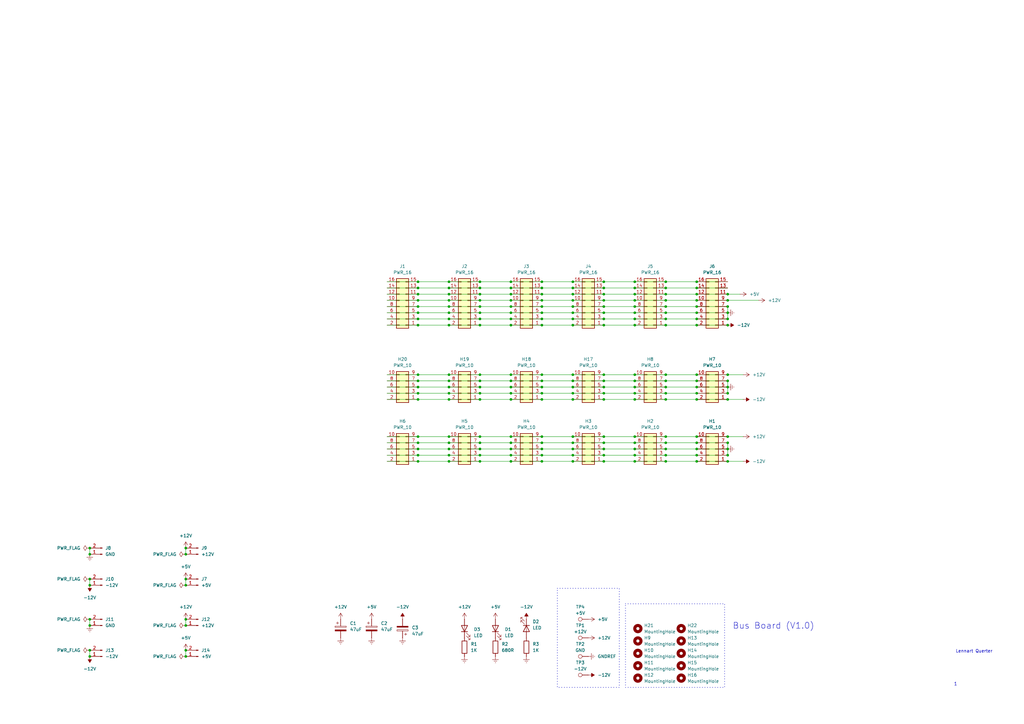
<source format=kicad_sch>
(kicad_sch (version 20231120) (generator "eeschema") (generator_version "8.0")
  (paper "A3")
  (lib_symbols
    (symbol "Connector:TestPoint" (pin_numbers hide) (pin_names (offset 0.762) hide)
      (property "Reference" "TP" (at 0 6.858 0))
      (property "Value" "TestPoint" (at 0 5.08 0))
      (symbol "TestPoint_0_1"
        (circle (center 0 3.302) (radius 0.762))
      )
      (symbol "TestPoint_1_1"
        (pin passive line (at 0 0 90) (length 2.54) (name "1") (number "1"))
      )
    )
    (symbol "Device:C_Polarized" (pin_numbers hide) (pin_names (offset 0.254))
      (property "Reference" "C" (at 0.635 2.54 0))
      (property "Value" "C_Polarized" (at 0.635 -2.54 0))
      (symbol "C_Polarized_0_1"
        (rectangle (start -2.286 0.508) (end 2.286 1.016))
        (polyline (pts (xy -1.778 2.286) (xy -0.762 2.286)))
        (polyline (pts (xy -1.27 2.794) (xy -1.27 1.778)))
        (rectangle (start 2.286 -0.508) (end -2.286 -1.016) (fill (type outline)))
      )
      (symbol "C_Polarized_1_1"
        (pin passive line (at 0 3.81 270) (length 2.794) (name "~") (number "1"))
        (pin passive line (at 0 -3.81 90) (length 2.794) (name "~") (number "2"))
      )
    )
    (symbol "Device:LED" (pin_numbers hide) (pin_names (offset 1.016) hide)
      (property "Reference" "D" (at 0 2.54 0))
      (property "Value" "LED" (at 0 -2.54 0))
      (symbol "LED_0_1"
        (polyline (pts (xy -1.27 -1.27) (xy -1.27 1.27)) (stroke (width 0.254)))
        (polyline (pts (xy -1.27 0) (xy 1.27 0)))
        (polyline (pts (xy 1.27 -1.27) (xy 1.27 1.27) (xy -1.27 0) (xy 1.27 -1.27)) (stroke (width 0.254)))
        (polyline (pts (xy -3.048 -0.762) (xy -4.572 -2.286) (xy -3.81 -2.286) (xy -4.572 -2.286) (xy -4.572 -1.524)))
        (polyline (pts (xy -1.778 -0.762) (xy -3.302 -2.286) (xy -2.54 -2.286) (xy -3.302 -2.286) (xy -3.302 -1.524)))
      )
      (symbol "LED_1_1"
        (pin passive line (at -3.81 0 0) (length 2.54) (name "K") (number "1"))
        (pin passive line (at 3.81 0 180) (length 2.54) (name "A") (number "2"))
      )
    )
    (symbol "Mechanical:MountingHole" (pin_names (offset 1.016)) (exclude_from_sim yes) (in_bom no)
      (property "Reference" "H" (at 0 5.08 0))
      (property "Value" "MountingHole" (at 0 3.175 0))
      (symbol "MountingHole_0_1"
        (circle (center 0 0) (radius 1.27) (stroke (width 1.27)))
      )
    )
    (symbol "power:+12V" (power) (pin_numbers hide) (pin_names (offset 0) hide)
      (property "Value" "+12V" (at 0 3.556 0))
      (symbol "+12V_0_1"
        (polyline (pts (xy -0.762 1.27) (xy 0 2.54)))
        (polyline (pts (xy 0 0) (xy 0 2.54)))
        (polyline (pts (xy 0 2.54) (xy 0.762 1.27)))
      )
      (symbol "+12V_1_1"
        (pin power_in line (at 0 0 90) (length 0) (name "~") (number "1"))
      )
    )
    (symbol "power:+5V" (power) (pin_numbers hide) (pin_names (offset 0) hide)
      (property "Value" "+5V" (at 0 3.556 0))
      (symbol "+5V_0_1"
        (polyline (pts (xy -0.762 1.27) (xy 0 2.54)))
        (polyline (pts (xy 0 0) (xy 0 2.54)))
        (polyline (pts (xy 0 2.54) (xy 0.762 1.27)))
      )
      (symbol "+5V_1_1"
        (pin power_in line (at 0 0 90) (length 0) (name "~") (number "1"))
      )
    )
    (symbol "power:-12V" (power) (pin_numbers hide) (pin_names (offset 0) hide)
      (property "Value" "-12V" (at 0 3.556 0))
      (symbol "-12V_0_0"
        (pin power_in line (at 0 0 90) (length 0) (name "~") (number "1"))
      )
      (symbol "-12V_0_1"
        (polyline (pts (xy 0 0) (xy 0 1.27) (xy 0.762 1.27) (xy 0 2.54) (xy -0.762 1.27) (xy 0 1.27)) (fill (type outline)))
      )
    )
    (symbol "power:GNDREF" (power) (pin_numbers hide) (pin_names (offset 0) hide)
      (property "Value" "GNDREF" (at 0 -3.81 0))
      (symbol "GNDREF_0_1"
        (polyline (pts (xy -0.635 -1.905) (xy 0.635 -1.905)))
        (polyline (pts (xy -0.127 -2.54) (xy 0.127 -2.54)))
        (polyline (pts (xy 0 -1.27) (xy 0 0)))
        (polyline (pts (xy 1.27 -1.27) (xy -1.27 -1.27)))
      )
      (symbol "GNDREF_1_1"
        (pin power_in line (at 0 0 270) (length 0) (name "~") (number "1"))
      )
    )
    (symbol "power:PWR_FLAG" (power) (pin_numbers hide) (pin_names (offset 0) hide)
      (property "Value" "PWR_FLAG" (at 0 3.81 0))
      (symbol "PWR_FLAG_0_0"
        (pin power_out line (at 0 0 90) (length 0) (name "~") (number "1"))
      )
      (symbol "PWR_FLAG_0_1"
        (polyline (pts (xy 0 0) (xy 0 1.27) (xy -1.016 1.905) (xy 0 2.54) (xy 1.016 1.905) (xy 0 1.27)))
      )
    )
    (symbol "synth:Conn_02x05_EuroRack_Power" (pin_names (offset 1.016) hide)
      (property "Reference" "H13" (at 0 -11.43 0))
      (property "Value" "Conn_02x05_PWR_Eurorack" (at 0 -8.89 0))
      (symbol "Conn_02x05_EuroRack_Power_1_1"
        (rectangle (start -2.54 -4.953) (end -1.27 -5.207) (stroke (width 0.1524)))
        (rectangle (start -2.54 -2.413) (end -1.27 -2.667) (stroke (width 0.1524)))
        (rectangle (start -2.54 0.127) (end -1.27 -0.127) (stroke (width 0.1524)))
        (rectangle (start -2.54 2.667) (end -1.27 2.413) (stroke (width 0.1524)))
        (rectangle (start -2.54 5.207) (end -1.27 4.953) (stroke (width 0.1524)))
        (rectangle (start -2.54 6.35) (end 2.54 -6.35) (stroke (width 0.254)) (fill (type background)))
        (rectangle (start 2.54 -4.953) (end 1.27 -5.207) (stroke (width 0.1524)))
        (rectangle (start 2.54 -2.413) (end 1.27 -2.667) (stroke (width 0.1524)))
        (rectangle (start 2.54 0.127) (end 1.27 -0.127) (stroke (width 0.1524)))
        (rectangle (start 2.54 2.667) (end 1.27 2.413) (stroke (width 0.1524)))
        (rectangle (start 2.54 5.207) (end 1.27 4.953) (stroke (width 0.1524)))
        (pin passive line (at -6.35 5.08 0) (length 3.81) (name "Pin_1") (number "1"))
        (pin passive line (at 6.35 -5.08 180) (length 3.81) (name "Pin_10") (number "10"))
        (pin passive line (at 6.35 5.08 180) (length 3.81) (name "Pin_2") (number "2"))
        (pin passive line (at -6.35 2.54 0) (length 3.81) (name "Pin_3") (number "3"))
        (pin passive line (at 6.35 2.54 180) (length 3.81) (name "Pin_4") (number "4"))
        (pin passive line (at -6.35 0 0) (length 3.81) (name "Pin_5") (number "5"))
        (pin passive line (at 6.35 0 180) (length 3.81) (name "Pin_6") (number "6"))
        (pin passive line (at -6.35 -2.54 0) (length 3.81) (name "Pin_7") (number "7"))
        (pin passive line (at 6.35 -2.54 180) (length 3.81) (name "Pin_8") (number "8"))
        (pin passive line (at -6.35 -5.08 0) (length 3.81) (name "Pin_9") (number "9"))
      )
    )
    (symbol "synth:Conn_02x08_EuroRack_Power" (pin_names (offset 1.016) hide)
      (property "Reference" "J3" (at 1.27 -17.526 0))
      (property "Value" "PWR" (at 1.27 -13.97 0))
      (symbol "Conn_02x08_EuroRack_Power_1_1"
        (rectangle (start -1.27 -10.033) (end 0 -10.287) (stroke (width 0.1524)))
        (rectangle (start -1.27 -7.493) (end 0 -7.747) (stroke (width 0.1524)))
        (rectangle (start -1.27 -4.953) (end 0 -5.207) (stroke (width 0.1524)))
        (rectangle (start -1.27 -2.413) (end 0 -2.667) (stroke (width 0.1524)))
        (rectangle (start -1.27 0.127) (end 0 -0.127) (stroke (width 0.1524)))
        (rectangle (start -1.27 2.667) (end 0 2.413) (stroke (width 0.1524)))
        (rectangle (start -1.27 5.207) (end 0 4.953) (stroke (width 0.1524)))
        (rectangle (start -1.27 7.747) (end 0 7.493) (stroke (width 0.1524)))
        (rectangle (start -1.27 8.89) (end 3.81 -11.43) (stroke (width 0.254)) (fill (type background)))
        (rectangle (start 3.81 -10.033) (end 2.54 -10.287) (stroke (width 0.1524)))
        (rectangle (start 3.81 -7.493) (end 2.54 -7.747) (stroke (width 0.1524)))
        (rectangle (start 3.81 -4.953) (end 2.54 -5.207) (stroke (width 0.1524)))
        (rectangle (start 3.81 -2.413) (end 2.54 -2.667) (stroke (width 0.1524)))
        (rectangle (start 3.81 0.127) (end 2.54 -0.127) (stroke (width 0.1524)))
        (rectangle (start 3.81 2.667) (end 2.54 2.413) (stroke (width 0.1524)))
        (rectangle (start 3.81 5.207) (end 2.54 4.953) (stroke (width 0.1524)))
        (rectangle (start 3.81 7.747) (end 2.54 7.493) (stroke (width 0.1524)))
        (pin passive line (at -5.08 7.62 0) (length 3.81) (name "-12V") (number "1"))
        (pin passive line (at 7.62 -2.54 180) (length 3.81) (name "+12V") (number "10"))
        (pin passive line (at -5.08 -5.08 0) (length 3.81) (name "+5V") (number "11"))
        (pin passive line (at 7.62 -5.08 180) (length 3.81) (name "+5V") (number "12"))
        (pin passive line (at -5.08 -7.62 0) (length 3.81) (name "CV") (number "13"))
        (pin passive line (at 7.62 -7.62 180) (length 3.81) (name "CV") (number "14"))
        (pin passive line (at -5.08 -10.16 0) (length 3.81) (name "GATE") (number "15"))
        (pin passive line (at 7.62 -10.16 180) (length 3.81) (name "GATE") (number "16"))
        (pin passive line (at 7.62 7.62 180) (length 3.81) (name "-12V") (number "2"))
        (pin passive line (at -5.08 5.08 0) (length 3.81) (name "GND") (number "3"))
        (pin passive line (at 7.62 5.08 180) (length 3.81) (name "GND") (number "4"))
        (pin passive line (at -5.08 2.54 0) (length 3.81) (name "GND") (number "5"))
        (pin passive line (at 7.62 2.54 180) (length 3.81) (name "GND") (number "6"))
        (pin passive line (at -5.08 0 0) (length 3.81) (name "GND") (number "7"))
        (pin passive line (at 7.62 0 180) (length 3.81) (name "GND") (number "8"))
        (pin passive line (at -5.08 -2.54 0) (length 3.81) (name "+12V") (number "9"))
      )
    )
    (symbol "synth:R_Default" (pin_numbers hide) (pin_names (offset 0))
      (property "Reference" "R" (at -2.032 0 90))
      (property "Value" "R1" (at 2.032 0 90))
      (symbol "R_Default_0_1"
        (rectangle (start 1.016 -2.54) (end -1.016 2.54) (stroke (width 0.254)))
      )
      (symbol "R_Default_1_1"
        (pin passive line (at 0 -3.81 90) (length 1.27) (name "~") (number "1"))
        (pin passive line (at 0 3.81 270) (length 1.27) (name "~") (number "2"))
      )
    )
    (symbol "synth:power-socket" (pin_names (offset 1.016) hide)
      (property "Reference" "J" (at 0 2.54 0))
      (property "Value" "power-socket" (at 0 -5.08 0))
      (symbol "power-socket_1_1"
        (polyline (pts (xy 1.27 -2.54) (xy 0.8636 -2.54)) (stroke (width 0.1524)))
        (polyline (pts (xy 1.27 0) (xy 0.8636 0)) (stroke (width 0.1524)))
        (rectangle (start 0.8636 -2.413) (end 0 -2.667) (stroke (width 0.1524)) (fill (type outline)))
        (rectangle (start 0.8636 0.127) (end 0 -0.127) (stroke (width 0.1524)) (fill (type outline)))
        (pin passive line (at 5.08 0 180) (length 3.81) (name "Pin_1") (number "1"))
        (pin passive line (at 5.08 -2.54 180) (length 3.81) (name "Pin_2") (number "2"))
      )
    )
  )
  (junction (at 247.65 153.67))
  (junction (at 285.75 133.35))
  (junction (at 273.05 130.81))
  (junction (at 273.05 118.11))
  (junction (at 222.25 156.21))
  (junction (at 273.05 120.65))
  (junction (at 222.25 130.81))
  (junction (at 209.55 115.57))
  (junction (at 298.45 133.35))
  (junction (at 247.65 133.35))
  (junction (at 234.95 184.15))
  (junction (at 234.95 120.65))
  (junction (at 260.35 189.23))
  (junction (at 285.75 163.83))
  (junction (at 171.45 115.57))
  (junction (at 234.95 161.29))
  (junction (at 247.65 158.75))
  (junction (at 260.35 133.35))
  (junction (at 196.85 163.83))
  (junction (at 273.05 184.15))
  (junction (at 171.45 125.73))
  (junction (at 209.55 123.19))
  (junction (at 247.65 128.27))
  (junction (at 209.55 163.83))
  (junction (at 234.95 181.61))
  (junction (at 184.15 186.69))
  (junction (at 171.45 189.23))
  (junction (at 222.25 181.61))
  (junction (at 234.95 186.69))
  (junction (at 298.45 179.07))
  (junction (at 209.55 161.29))
  (junction (at 260.35 161.29))
  (junction (at 260.35 118.11))
  (junction (at 222.25 133.35))
  (junction (at 209.55 184.15))
  (junction (at 209.55 118.11))
  (junction (at 273.05 179.07))
  (junction (at 196.85 158.75))
  (junction (at 285.75 153.67))
  (junction (at 247.65 115.57))
  (junction (at 209.55 130.81))
  (junction (at 285.75 161.29))
  (junction (at 76.2 224.79))
  (junction (at 234.95 115.57))
  (junction (at 171.45 186.69))
  (junction (at 36.83 269.24))
  (junction (at 222.25 123.19))
  (junction (at 298.45 161.29))
  (junction (at 196.85 189.23))
  (junction (at 196.85 130.81))
  (junction (at 209.55 128.27))
  (junction (at 273.05 156.21))
  (junction (at 273.05 153.67))
  (junction (at 171.45 133.35))
  (junction (at 234.95 156.21))
  (junction (at 247.65 118.11))
  (junction (at 209.55 186.69))
  (junction (at 234.95 189.23))
  (junction (at 222.25 189.23))
  (junction (at 298.45 158.75))
  (junction (at 273.05 186.69))
  (junction (at 285.75 130.81))
  (junction (at 247.65 161.29))
  (junction (at 222.25 161.29))
  (junction (at 209.55 153.67))
  (junction (at 171.45 181.61))
  (junction (at 171.45 123.19))
  (junction (at 285.75 186.69))
  (junction (at 76.2 256.54))
  (junction (at 234.95 179.07))
  (junction (at 285.75 115.57))
  (junction (at 222.25 153.67))
  (junction (at 196.85 128.27))
  (junction (at 76.2 266.7))
  (junction (at 247.65 125.73))
  (junction (at 196.85 181.61))
  (junction (at 273.05 123.19))
  (junction (at 184.15 161.29))
  (junction (at 260.35 130.81))
  (junction (at 285.75 125.73))
  (junction (at 273.05 163.83))
  (junction (at 234.95 133.35))
  (junction (at 273.05 115.57))
  (junction (at 285.75 158.75))
  (junction (at 273.05 128.27))
  (junction (at 298.45 186.69))
  (junction (at 209.55 181.61))
  (junction (at 273.05 133.35))
  (junction (at 171.45 158.75))
  (junction (at 184.15 118.11))
  (junction (at 196.85 123.19))
  (junction (at 285.75 118.11))
  (junction (at 209.55 156.21))
  (junction (at 171.45 163.83))
  (junction (at 171.45 120.65))
  (junction (at 247.65 186.69))
  (junction (at 247.65 181.61))
  (junction (at 285.75 156.21))
  (junction (at 196.85 115.57))
  (junction (at 184.15 130.81))
  (junction (at 273.05 158.75))
  (junction (at 298.45 163.83))
  (junction (at 285.75 184.15))
  (junction (at 196.85 125.73))
  (junction (at 222.25 179.07))
  (junction (at 273.05 161.29))
  (junction (at 171.45 184.15))
  (junction (at 209.55 125.73))
  (junction (at 222.25 125.73))
  (junction (at 260.35 123.19))
  (junction (at 171.45 179.07))
  (junction (at 234.95 118.11))
  (junction (at 184.15 158.75))
  (junction (at 285.75 179.07))
  (junction (at 184.15 123.19))
  (junction (at 76.2 237.49))
  (junction (at 234.95 128.27))
  (junction (at 260.35 186.69))
  (junction (at 260.35 184.15))
  (junction (at 273.05 181.61))
  (junction (at 184.15 156.21))
  (junction (at 36.83 254))
  (junction (at 36.83 227.33))
  (junction (at 260.35 181.61))
  (junction (at 247.65 189.23))
  (junction (at 36.83 237.49))
  (junction (at 260.35 156.21))
  (junction (at 171.45 156.21))
  (junction (at 247.65 184.15))
  (junction (at 36.83 256.54))
  (junction (at 171.45 161.29))
  (junction (at 273.05 125.73))
  (junction (at 298.45 156.21))
  (junction (at 298.45 130.81))
  (junction (at 285.75 123.19))
  (junction (at 76.2 269.24))
  (junction (at 184.15 163.83))
  (junction (at 76.2 254))
  (junction (at 184.15 120.65))
  (junction (at 209.55 120.65))
  (junction (at 184.15 179.07))
  (junction (at 298.45 125.73))
  (junction (at 298.45 184.15))
  (junction (at 260.35 158.75))
  (junction (at 184.15 181.61))
  (junction (at 184.15 128.27))
  (junction (at 298.45 181.61))
  (junction (at 196.85 179.07))
  (junction (at 234.95 163.83))
  (junction (at 247.65 163.83))
  (junction (at 209.55 158.75))
  (junction (at 234.95 158.75))
  (junction (at 184.15 125.73))
  (junction (at 76.2 240.03))
  (junction (at 260.35 115.57))
  (junction (at 234.95 123.19))
  (junction (at 184.15 184.15))
  (junction (at 196.85 153.67))
  (junction (at 36.83 224.79))
  (junction (at 171.45 128.27))
  (junction (at 222.25 184.15))
  (junction (at 196.85 120.65))
  (junction (at 247.65 123.19))
  (junction (at 273.05 189.23))
  (junction (at 260.35 128.27))
  (junction (at 171.45 130.81))
  (junction (at 298.45 120.65))
  (junction (at 285.75 120.65))
  (junction (at 196.85 156.21))
  (junction (at 260.35 163.83))
  (junction (at 171.45 153.67))
  (junction (at 209.55 133.35))
  (junction (at 298.45 189.23))
  (junction (at 209.55 179.07))
  (junction (at 196.85 186.69))
  (junction (at 285.75 128.27))
  (junction (at 234.95 153.67))
  (junction (at 184.15 189.23))
  (junction (at 222.25 120.65))
  (junction (at 298.45 123.19))
  (junction (at 196.85 118.11))
  (junction (at 222.25 186.69))
  (junction (at 234.95 125.73))
  (junction (at 247.65 179.07))
  (junction (at 285.75 189.23))
  (junction (at 285.75 181.61))
  (junction (at 260.35 120.65))
  (junction (at 36.83 240.03))
  (junction (at 298.45 128.27))
  (junction (at 234.95 130.81))
  (junction (at 196.85 184.15))
  (junction (at 222.25 158.75))
  (junction (at 184.15 115.57))
  (junction (at 260.35 153.67))
  (junction (at 196.85 161.29))
  (junction (at 247.65 120.65))
  (junction (at 36.83 266.7))
  (junction (at 209.55 189.23))
  (junction (at 76.2 227.33))
  (junction (at 260.35 125.73))
  (junction (at 222.25 115.57))
  (junction (at 184.15 153.67))
  (junction (at 171.45 118.11))
  (junction (at 247.65 130.81))
  (junction (at 222.25 118.11))
  (junction (at 222.25 163.83))
  (junction (at 184.15 133.35))
  (junction (at 298.45 153.67))
  (junction (at 196.85 133.35))
  (junction (at 222.25 128.27))
  (junction (at 260.35 179.07))
  (junction (at 247.65 156.21))
  (wire (pts (xy 158.75 181.61) (xy 171.45 181.61)))
  (wire (pts (xy 285.75 130.81) (xy 298.45 130.81)))
  (wire (pts (xy 234.95 181.61) (xy 222.25 181.61)))
  (wire (pts (xy 209.55 133.35) (xy 222.25 133.35)))
  (wire (pts (xy 222.25 133.35) (xy 234.95 133.35)))
  (wire (pts (xy 158.75 123.19) (xy 171.45 123.19)))
  (wire (pts (xy 171.45 115.57) (xy 184.15 115.57)))
  (wire (pts (xy 196.85 115.57) (xy 209.55 115.57)))
  (wire (pts (xy 184.15 125.73) (xy 196.85 125.73)))
  (wire (pts (xy 184.15 184.15) (xy 171.45 184.15)))
  (wire (pts (xy 298.45 158.75) (xy 298.45 161.29)))
  (wire (pts (xy 184.15 118.11) (xy 196.85 118.11)))
  (wire (pts (xy 234.95 163.83) (xy 222.25 163.83)))
  (wire (pts (xy 158.75 161.29) (xy 171.45 161.29)))
  (wire (pts (xy 273.05 184.15) (xy 260.35 184.15)))
  (wire (pts (xy 260.35 161.29) (xy 247.65 161.29)))
  (wire (pts (xy 298.45 184.15) (xy 298.45 186.69)))
  (wire (pts (xy 222.25 158.75) (xy 209.55 158.75)))
  (wire (pts (xy 247.65 161.29) (xy 234.95 161.29)))
  (wire (pts (xy 209.55 186.69) (xy 196.85 186.69)))
  (wire (pts (xy 247.65 181.61) (xy 234.95 181.61)))
  (wire (pts (xy 298.45 153.67) (xy 285.75 153.67)))
  (wire (pts (xy 196.85 161.29) (xy 184.15 161.29)))
  (wire (pts (xy 184.15 130.81) (xy 196.85 130.81)))
  (wire (pts (xy 298.45 163.83) (xy 285.75 163.83)))
  (wire (pts (xy 234.95 115.57) (xy 247.65 115.57)))
  (wire (pts (xy 234.95 125.73) (xy 247.65 125.73)))
  (wire (pts (xy 260.35 186.69) (xy 247.65 186.69)))
  (wire (pts (xy 184.15 115.57) (xy 196.85 115.57)))
  (wire (pts (xy 285.75 161.29) (xy 273.05 161.29)))
  (wire (pts (xy 247.65 153.67) (xy 234.95 153.67)))
  (wire (pts (xy 285.75 161.29) (xy 298.45 161.29)))
  (wire (pts (xy 184.15 161.29) (xy 171.45 161.29)))
  (wire (pts (xy 209.55 163.83) (xy 196.85 163.83)))
  (wire (pts (xy 298.45 156.21) (xy 298.45 158.75)))
  (wire (pts (xy 234.95 186.69) (xy 222.25 186.69)))
  (wire (pts (xy 158.75 158.75) (xy 171.45 158.75)))
  (wire (pts (xy 158.75 133.35) (xy 171.45 133.35)))
  (wire (pts (xy 247.65 184.15) (xy 234.95 184.15)))
  (wire (pts (xy 36.83 237.49) (xy 36.83 240.03)))
  (wire (pts (xy 298.45 125.73) (xy 298.45 128.27)))
  (wire (pts (xy 222.25 163.83) (xy 209.55 163.83)))
  (wire (pts (xy 234.95 120.65) (xy 247.65 120.65)))
  (wire (pts (xy 196.85 133.35) (xy 209.55 133.35)))
  (wire (pts (xy 209.55 120.65) (xy 222.25 120.65)))
  (wire (pts (xy 260.35 128.27) (xy 273.05 128.27)))
  (wire (pts (xy 171.45 125.73) (xy 184.15 125.73)))
  (wire (pts (xy 234.95 161.29) (xy 222.25 161.29)))
  (wire (pts (xy 222.25 115.57) (xy 234.95 115.57)))
  (wire (pts (xy 196.85 118.11) (xy 209.55 118.11)))
  (wire (pts (xy 196.85 179.07) (xy 184.15 179.07)))
  (wire (pts (xy 209.55 128.27) (xy 222.25 128.27)))
  (wire (pts (xy 247.65 123.19) (xy 260.35 123.19)))
  (wire (pts (xy 260.35 156.21) (xy 247.65 156.21)))
  (wire (pts (xy 158.75 120.65) (xy 171.45 120.65)))
  (wire (pts (xy 196.85 120.65) (xy 209.55 120.65)))
  (wire (pts (xy 303.53 120.65) (xy 298.45 120.65)))
  (wire (pts (xy 184.15 123.19) (xy 196.85 123.19)))
  (wire (pts (xy 273.05 189.23) (xy 260.35 189.23)))
  (wire (pts (xy 222.25 120.65) (xy 234.95 120.65)))
  (wire (pts (xy 247.65 128.27) (xy 260.35 128.27)))
  (wire (pts (xy 158.75 189.23) (xy 171.45 189.23)))
  (wire (pts (xy 184.15 133.35) (xy 196.85 133.35)))
  (wire (pts (xy 273.05 128.27) (xy 285.75 128.27)))
  (wire (pts (xy 234.95 179.07) (xy 222.25 179.07)))
  (wire (pts (xy 247.65 156.21) (xy 234.95 156.21)))
  (wire (pts (xy 234.95 123.19) (xy 247.65 123.19)))
  (wire (pts (xy 298.45 181.61) (xy 285.75 181.61)))
  (wire (pts (xy 184.15 179.07) (xy 171.45 179.07)))
  (wire (pts (xy 285.75 184.15) (xy 273.05 184.15)))
  (wire (pts (xy 285.75 123.19) (xy 298.45 123.19)))
  (wire (pts (xy 273.05 181.61) (xy 260.35 181.61)))
  (wire (pts (xy 273.05 123.19) (xy 285.75 123.19)))
  (wire (pts (xy 209.55 189.23) (xy 196.85 189.23)))
  (wire (pts (xy 222.25 161.29) (xy 209.55 161.29)))
  (wire (pts (xy 196.85 158.75) (xy 184.15 158.75)))
  (wire (pts (xy 234.95 130.81) (xy 247.65 130.81)))
  (wire (pts (xy 247.65 186.69) (xy 234.95 186.69)))
  (wire (pts (xy 196.85 130.81) (xy 209.55 130.81)))
  (wire (pts (xy 298.45 158.75) (xy 285.75 158.75)))
  (wire (pts (xy 247.65 118.11) (xy 260.35 118.11)))
  (wire (pts (xy 76.2 266.7) (xy 76.2 269.24)))
  (wire (pts (xy 158.75 118.11) (xy 171.45 118.11)))
  (wire (pts (xy 298.45 163.83) (xy 304.8 163.83)))
  (wire (pts (xy 260.35 118.11) (xy 273.05 118.11)))
  (wire (pts (xy 222.25 125.73) (xy 234.95 125.73)))
  (wire (pts (xy 234.95 158.75) (xy 222.25 158.75)))
  (wire (pts (xy 247.65 163.83) (xy 234.95 163.83)))
  (wire (pts (xy 158.75 153.67) (xy 171.45 153.67)))
  (wire (pts (xy 158.75 163.83) (xy 171.45 163.83)))
  (wire (pts (xy 273.05 161.29) (xy 260.35 161.29)))
  (wire (pts (xy 196.85 186.69) (xy 184.15 186.69)))
  (wire (pts (xy 260.35 133.35) (xy 273.05 133.35)))
  (wire (pts (xy 285.75 120.65) (xy 298.45 120.65)))
  (wire (pts (xy 209.55 158.75) (xy 196.85 158.75)))
  (wire (pts (xy 247.65 158.75) (xy 234.95 158.75)))
  (wire (pts (xy 222.25 184.15) (xy 209.55 184.15)))
  (wire (pts (xy 298.45 184.15) (xy 285.75 184.15)))
  (wire (pts (xy 196.85 128.27) (xy 209.55 128.27)))
  (wire (pts (xy 285.75 179.07) (xy 273.05 179.07)))
  (wire (pts (xy 234.95 184.15) (xy 222.25 184.15)))
  (wire (pts (xy 209.55 125.73) (xy 222.25 125.73)))
  (wire (pts (xy 171.45 120.65) (xy 184.15 120.65)))
  (wire (pts (xy 247.65 130.81) (xy 260.35 130.81)))
  (wire (pts (xy 209.55 153.67) (xy 196.85 153.67)))
  (wire (pts (xy 76.2 224.79) (xy 76.2 227.33)))
  (wire (pts (xy 222.25 186.69) (xy 209.55 186.69)))
  (wire (pts (xy 209.55 161.29) (xy 196.85 161.29)))
  (wire (pts (xy 273.05 156.21) (xy 260.35 156.21)))
  (wire (pts (xy 184.15 163.83) (xy 171.45 163.83)))
  (wire (pts (xy 285.75 163.83) (xy 273.05 163.83)))
  (wire (pts (xy 209.55 118.11) (xy 222.25 118.11)))
  (wire (pts (xy 209.55 130.81) (xy 222.25 130.81)))
  (wire (pts (xy 158.75 130.81) (xy 171.45 130.81)))
  (wire (pts (xy 273.05 153.67) (xy 260.35 153.67)))
  (wire (pts (xy 285.75 128.27) (xy 298.45 128.27)))
  (wire (pts (xy 298.45 153.67) (xy 304.8 153.67)))
  (wire (pts (xy 298.45 189.23) (xy 285.75 189.23)))
  (wire (pts (xy 311.15 123.19) (xy 298.45 123.19)))
  (wire (pts (xy 171.45 123.19) (xy 184.15 123.19)))
  (wire (pts (xy 222.25 128.27) (xy 234.95 128.27)))
  (wire (pts (xy 184.15 181.61) (xy 171.45 181.61)))
  (wire (pts (xy 158.75 179.07) (xy 171.45 179.07)))
  (wire (pts (xy 36.83 224.79) (xy 36.83 227.33)))
  (wire (pts (xy 298.45 179.07) (xy 285.75 179.07)))
  (wire (pts (xy 209.55 123.19) (xy 222.25 123.19)))
  (wire (pts (xy 171.45 133.35) (xy 184.15 133.35)))
  (wire (pts (xy 260.35 181.61) (xy 247.65 181.61)))
  (wire (pts (xy 222.25 189.23) (xy 209.55 189.23)))
  (wire (pts (xy 260.35 184.15) (xy 247.65 184.15)))
  (wire (pts (xy 260.35 115.57) (xy 273.05 115.57)))
  (wire (pts (xy 298.45 128.27) (xy 298.45 130.81)))
  (wire (pts (xy 196.85 153.67) (xy 184.15 153.67)))
  (wire (pts (xy 222.25 130.81) (xy 234.95 130.81)))
  (wire (pts (xy 196.85 156.21) (xy 184.15 156.21)))
  (wire (pts (xy 196.85 125.73) (xy 209.55 125.73)))
  (wire (pts (xy 184.15 189.23) (xy 171.45 189.23)))
  (wire (pts (xy 298.45 156.21) (xy 285.75 156.21)))
  (wire (pts (xy 247.65 133.35) (xy 260.35 133.35)))
  (wire (pts (xy 209.55 181.61) (xy 196.85 181.61)))
  (wire (pts (xy 158.75 156.21) (xy 171.45 156.21)))
  (wire (pts (xy 247.65 125.73) (xy 260.35 125.73)))
  (wire (pts (xy 260.35 120.65) (xy 273.05 120.65)))
  (wire (pts (xy 222.25 181.61) (xy 209.55 181.61)))
  (wire (pts (xy 260.35 158.75) (xy 247.65 158.75)))
  (wire (pts (xy 273.05 125.73) (xy 285.75 125.73)))
  (wire (pts (xy 273.05 120.65) (xy 285.75 120.65)))
  (wire (pts (xy 273.05 186.69) (xy 260.35 186.69)))
  (wire (pts (xy 260.35 163.83) (xy 247.65 163.83)))
  (wire (pts (xy 171.45 130.81) (xy 184.15 130.81)))
  (wire (pts (xy 36.83 266.7) (xy 36.83 269.24)))
  (wire (pts (xy 158.75 115.57) (xy 171.45 115.57)))
  (wire (pts (xy 234.95 153.67) (xy 222.25 153.67)))
  (wire (pts (xy 260.35 123.19) (xy 273.05 123.19)))
  (wire (pts (xy 196.85 184.15) (xy 184.15 184.15)))
  (wire (pts (xy 196.85 163.83) (xy 184.15 163.83)))
  (wire (pts (xy 222.25 156.21) (xy 209.55 156.21)))
  (wire (pts (xy 158.75 125.73) (xy 171.45 125.73)))
  (wire (pts (xy 184.15 120.65) (xy 196.85 120.65)))
  (wire (pts (xy 76.2 254) (xy 76.2 256.54)))
  (wire (pts (xy 285.75 158.75) (xy 273.05 158.75)))
  (wire (pts (xy 285.75 181.61) (xy 273.05 181.61)))
  (wire (pts (xy 158.75 186.69) (xy 171.45 186.69)))
  (wire (pts (xy 285.75 186.69) (xy 298.45 186.69)))
  (wire (pts (xy 234.95 118.11) (xy 247.65 118.11)))
  (wire (pts (xy 247.65 189.23) (xy 234.95 189.23)))
  (wire (pts (xy 171.45 128.27) (xy 184.15 128.27)))
  (wire (pts (xy 273.05 118.11) (xy 285.75 118.11)))
  (wire (pts (xy 285.75 186.69) (xy 273.05 186.69)))
  (wire (pts (xy 196.85 123.19) (xy 209.55 123.19)))
  (wire (pts (xy 273.05 163.83) (xy 260.35 163.83)))
  (wire (pts (xy 234.95 189.23) (xy 222.25 189.23)))
  (wire (pts (xy 184.15 156.21) (xy 171.45 156.21)))
  (wire (pts (xy 260.35 179.07) (xy 247.65 179.07)))
  (wire (pts (xy 184.15 128.27) (xy 196.85 128.27)))
  (wire (pts (xy 298.45 179.07) (xy 304.8 179.07)))
  (wire (pts (xy 247.65 179.07) (xy 234.95 179.07)))
  (wire (pts (xy 222.25 179.07) (xy 209.55 179.07)))
  (wire (pts (xy 184.15 186.69) (xy 171.45 186.69)))
  (wire (pts (xy 298.45 189.23) (xy 304.8 189.23)))
  (wire (pts (xy 273.05 179.07) (xy 260.35 179.07)))
  (wire (pts (xy 222.25 153.67) (xy 209.55 153.67)))
  (wire (pts (xy 285.75 115.57) (xy 298.45 115.57)))
  (wire (pts (xy 209.55 115.57) (xy 222.25 115.57)))
  (wire (pts (xy 260.35 125.73) (xy 273.05 125.73)))
  (wire (pts (xy 184.15 158.75) (xy 171.45 158.75)))
  (wire (pts (xy 260.35 130.81) (xy 273.05 130.81)))
  (wire (pts (xy 285.75 156.21) (xy 273.05 156.21)))
  (wire (pts (xy 196.85 189.23) (xy 184.15 189.23)))
  (wire (pts (xy 222.25 123.19) (xy 234.95 123.19)))
  (wire (pts (xy 209.55 156.21) (xy 196.85 156.21)))
  (wire (pts (xy 234.95 156.21) (xy 222.25 156.21)))
  (wire (pts (xy 273.05 130.81) (xy 285.75 130.81)))
  (wire (pts (xy 234.95 133.35) (xy 247.65 133.35)))
  (wire (pts (xy 36.83 254) (xy 36.83 256.54)))
  (wire (pts (xy 260.35 189.23) (xy 247.65 189.23)))
  (wire (pts (xy 158.75 184.15) (xy 171.45 184.15)))
  (wire (pts (xy 285.75 118.11) (xy 298.45 118.11)))
  (wire (pts (xy 285.75 189.23) (xy 273.05 189.23)))
  (wire (pts (xy 158.75 128.27) (xy 171.45 128.27)))
  (wire (pts (xy 285.75 125.73) (xy 298.45 125.73)))
  (wire (pts (xy 273.05 158.75) (xy 260.35 158.75)))
  (wire (pts (xy 209.55 184.15) (xy 196.85 184.15)))
  (wire (pts (xy 234.95 128.27) (xy 247.65 128.27)))
  (wire (pts (xy 247.65 115.57) (xy 260.35 115.57)))
  (wire (pts (xy 298.45 181.61) (xy 298.45 184.15)))
  (wire (pts (xy 285.75 133.35) (xy 298.45 133.35)))
  (wire (pts (xy 209.55 179.07) (xy 196.85 179.07)))
  (wire (pts (xy 76.2 237.49) (xy 76.2 240.03)))
  (wire (pts (xy 184.15 153.67) (xy 171.45 153.67)))
  (wire (pts (xy 285.75 153.67) (xy 273.05 153.67)))
  (wire (pts (xy 273.05 115.57) (xy 285.75 115.57)))
  (wire (pts (xy 171.45 118.11) (xy 184.15 118.11)))
  (wire (pts (xy 196.85 181.61) (xy 184.15 181.61)))
  (wire (pts (xy 247.65 120.65) (xy 260.35 120.65)))
  (wire (pts (xy 260.35 153.67) (xy 247.65 153.67)))
  (wire (pts (xy 222.25 118.11) (xy 234.95 118.11)))
  (wire (pts (xy 273.05 133.35) (xy 285.75 133.35)))
  (rectangle (start 228.6 241.3) (end 254 281.94) (stroke (width 0.254) (type dot)))
  (rectangle (start 256.54 247.65) (end 297.18 281.94) (stroke (width 0.25) (type dot)))
  (text "Bus Board (V1.0)" (at 317.246 256.794 0) (effects (font (size 2.54 2.54))))
  (text "Lennart Querter" (at 399.542 267.208 0) (effects (font (size 1.27 1.27))))
  (text "1" (at 391.922 280.67 0) (effects (font (size 1.27 1.27))))
  (symbol (lib_id "Device:C_Polarized") (at 139.7 257.81 0) (unit 1)
    (property "Reference" "C1" (at 143.51 255.6509 0) (effects (justify left)))
    (property "Value" "47uF" (at 143.51 258.1909 0) (effects (justify left)))
    (property "Footprint" "Capacitor_THT:CP_Radial_D6.3mm_P2.50mm" (effects (hide yes)))
    (property "Description" "Polarized capacitor" (effects (hide yes)))
  )
  (symbol (lib_id "power:GNDREF") (at 165.1 261.62 0) (unit 1)
    (property "Reference" "#PWR017" (effects (hide yes)))
    (property "Value" "GNDREF" (effects (hide yes)))
    (property "Description" "Power symbol creates a global label with name \"GNDREF\" , reference supply ground" (effects (hide yes)))
  )
  (symbol (lib_id "synth:R_Default") (at 203.2 265.43 0) (unit 1)
    (property "Reference" "R2" (at 205.74 264.1599 0) (effects (justify left)))
    (property "Value" "680R" (at 205.74 266.6999 0) (effects (justify left)))
    (property "Footprint" "Synth:R_Default (DIN0207)" (effects (hide yes)))
    (property "Description" "Resistor" (effects (hide yes)))
  )
  (symbol (lib_id "synth:Conn_02x08_EuroRack_Power") (at 242.57 125.73 180) (unit 1)
    (property "Reference" "J4" (at 241.3 109.22 0))
    (property "Value" "PWR_16" (at 241.3 111.76 0))
    (property "Footprint" "Synth:IDC-Header_2x08_P2.54mm_Vertical" (effects (hide yes)))
  )
  (symbol (lib_id "Device:LED") (at 215.9 257.81 270) (unit 1)
    (property "Reference" "D2" (at 218.44 254.9524 90) (effects (justify left)))
    (property "Value" "LED" (at 218.44 257.4924 90) (effects (justify left)))
    (property "Footprint" "Synth:LED_D3.0mm" (effects (hide yes)))
    (property "Description" "Light emitting diode" (effects (hide yes)))
  )
  (symbol (lib_id "Mechanical:MountingHole") (at 279.4 267.97 0) (unit 1) (exclude_from_sim yes) (in_bom no)
    (property "Reference" "H14" (at 281.94 266.6999 0) (effects (justify left)))
    (property "Value" "MountingHole" (at 281.94 269.2399 0) (effects (justify left)))
    (property "Footprint" "MountingHole:MountingHole_3.2mm_M3" (effects (hide yes)))
    (property "Description" "Mounting Hole without connection" (effects (hide yes)))
  )
  (symbol (lib_id "power:+12V") (at 304.8 179.07 270) (unit 1)
    (property "Reference" "#PWR09" (effects (hide yes)))
    (property "Value" "+12V" (at 308.61 179.0699 90) (effects (justify left)))
    (property "Description" "Power symbol creates a global label with name \"+12V\"" (effects (hide yes)))
  )
  (symbol (lib_id "power:GNDREF") (at 139.7 261.62 0) (unit 1)
    (property "Reference" "#PWR015" (effects (hide yes)))
    (property "Value" "GNDREF" (effects (hide yes)))
    (property "Description" "Power symbol creates a global label with name \"GNDREF\" , reference supply ground" (effects (hide yes)))
  )
  (symbol (lib_id "power:GNDREF") (at 36.83 256.54 0) (unit 1)
    (property "Reference" "#PWR032" (effects (hide yes)))
    (property "Value" "GNDREF" (effects (hide yes)))
    (property "Description" "Power symbol creates a global label with name \"GNDREF\" , reference supply ground" (effects (hide yes)))
  )
  (symbol (lib_id "Mechanical:MountingHole") (at 279.4 257.81 0) (unit 1) (exclude_from_sim yes) (in_bom no)
    (property "Reference" "H22" (at 281.94 256.5399 0) (effects (justify left)))
    (property "Value" "MountingHole" (at 281.94 259.0799 0) (effects (justify left)))
    (property "Footprint" "MountingHole:MountingHole_3.2mm_M3" (effects (hide yes)))
    (property "Description" "Mounting Hole without connection" (effects (hide yes)))
  )
  (symbol (lib_id "synth:R_Default") (at 190.5 265.43 0) (unit 1)
    (property "Reference" "R1" (at 193.04 264.1599 0) (effects (justify left)))
    (property "Value" "1K" (at 193.04 266.6999 0) (effects (justify left)))
    (property "Footprint" "Synth:R_Default (DIN0207)" (effects (hide yes)))
    (property "Description" "Resistor" (effects (hide yes)))
  )
  (symbol (lib_id "power:GNDREF") (at 298.45 128.27 90) (unit 1)
    (property "Reference" "#PWR03" (effects (hide yes)))
    (property "Value" "GNDREF" (effects (hide yes)))
    (property "Description" "Power symbol creates a global label with name \"GNDREF\" , reference supply ground" (effects (hide yes)))
  )
  (symbol (lib_id "power:PWR_FLAG") (at 36.83 266.7 90) (unit 1)
    (property "Reference" "#FLG07" (effects (hide yes)))
    (property "Value" "PWR_FLAG" (at 33.02 266.6999 90) (effects (justify left)))
    (property "Description" "Special symbol for telling ERC where power comes from" (effects (hide yes)))
  )
  (symbol (lib_id "Device:LED") (at 190.5 257.81 90) (unit 1)
    (property "Reference" "D3" (at 194.31 258.1274 90) (effects (justify right)))
    (property "Value" "LED" (at 194.31 260.6674 90) (effects (justify right)))
    (property "Footprint" "Synth:LED_D3.0mm" (effects (hide yes)))
    (property "Description" "Light emitting diode" (effects (hide yes)))
  )
  (symbol (lib_id "power:+5V") (at 76.2 237.49 0) (unit 1)
    (property "Reference" "#PWR030" (effects (hide yes)))
    (property "Value" "+5V" (at 76.2 232.41 0))
    (property "Description" "Power symbol creates a global label with name \"+5V\"" (effects (hide yes)))
  )
  (symbol (lib_id "synth:Conn_02x05_EuroRack_Power") (at 190.5 158.75 180) (unit 1)
    (property "Reference" "H19" (at 190.5 147.32 0))
    (property "Value" "PWR_10" (at 190.5 149.86 0))
    (property "Footprint" "Synth:IDC-Header_2x05_P2.54mm_Vertical" (effects (hide yes)))
  )
  (symbol (lib_id "power:+5V") (at 303.53 120.65 270) (unit 1)
    (property "Reference" "#PWR02" (effects (hide yes)))
    (property "Value" "+5V" (at 307.34 120.6499 90) (effects (justify left)))
    (property "Description" "Power symbol creates a global label with name \"+5V\"" (effects (hide yes)))
  )
  (symbol (lib_id "Mechanical:MountingHole") (at 261.62 257.81 0) (unit 1) (exclude_from_sim yes) (in_bom no)
    (property "Reference" "H21" (at 264.16 256.5399 0) (effects (justify left)))
    (property "Value" "MountingHole" (at 264.16 259.0799 0) (effects (justify left)))
    (property "Footprint" "MountingHole:MountingHole_3.2mm_M3" (effects (hide yes)))
    (property "Description" "Mounting Hole without connection" (effects (hide yes)))
  )
  (symbol (lib_id "synth:power-socket") (at 41.91 269.24 180) (unit 1)
    (property "Reference" "J13" (at 43.18 266.6999 0) (effects (justify right)))
    (property "Value" "-12V" (at 43.18 269.2399 0) (effects (justify right)))
    (property "Footprint" "Synth:power-socket" (effects (hide yes)))
    (property "Description" "Generic connector, single row, 01x02, script generated" (effects (hide yes)))
  )
  (symbol (lib_id "synth:Conn_02x05_EuroRack_Power") (at 241.3 184.15 180) (unit 1)
    (property "Reference" "H3" (at 241.3 172.72 0))
    (property "Value" "PWR_10" (at 241.3 175.26 0))
    (property "Footprint" "Synth:IDC-Header_2x05_P2.54mm_Vertical" (effects (hide yes)))
  )
  (symbol (lib_id "synth:power-socket") (at 81.28 227.33 180) (unit 1)
    (property "Reference" "J9" (at 82.55 224.7899 0) (effects (justify right)))
    (property "Value" "+12V" (at 82.55 227.3299 0) (effects (justify right)))
    (property "Footprint" "Synth:power-socket" (effects (hide yes)))
    (property "Description" "Generic connector, single row, 01x02, script generated" (effects (hide yes)))
  )
  (symbol (lib_id "power:-12V") (at 304.8 189.23 270) (unit 1)
    (property "Reference" "#PWR011" (effects (hide yes)))
    (property "Value" "-12V" (at 308.61 189.2299 90) (effects (justify left)))
    (property "Description" "Power symbol creates a global label with name \"-12V\"" (effects (hide yes)))
  )
  (symbol (lib_id "power:-12V") (at 36.83 269.24 180) (unit 1)
    (property "Reference" "#PWR034" (effects (hide yes)))
    (property "Value" "-12V" (at 36.83 274.32 0))
    (property "Description" "Power symbol creates a global label with name \"-12V\"" (effects (hide yes)))
  )
  (symbol (lib_id "power:GNDREF") (at 298.45 184.15 90) (unit 1)
    (property "Reference" "#PWR010" (effects (hide yes)))
    (property "Value" "GNDREF" (effects (hide yes)))
    (property "Description" "Power symbol creates a global label with name \"GNDREF\" , reference supply ground" (effects (hide yes)))
  )
  (symbol (lib_id "power:-12V") (at 215.9 254 0) (unit 1)
    (property "Reference" "#PWR018" (effects (hide yes)))
    (property "Value" "-12V" (at 215.9 248.92 0))
    (property "Description" "Power symbol creates a global label with name \"-12V\"" (effects (hide yes)))
  )
  (symbol (lib_id "Connector:TestPoint") (at 241.3 261.62 90) (unit 1) (in_bom no)
    (property "Reference" "TP1" (at 237.998 256.54 90))
    (property "Value" "+12V" (at 237.998 259.08 90))
    (property "Footprint" "Connector_Pin:Pin_D1.0mm_L10.0mm" (effects (hide yes)))
    (property "Description" "test point" (effects (hide yes)))
  )
  (symbol (lib_id "synth:power-socket") (at 41.91 256.54 180) (unit 1)
    (property "Reference" "J11" (at 43.18 253.9999 0) (effects (justify right)))
    (property "Value" "GND" (at 43.18 256.5399 0) (effects (justify right)))
    (property "Footprint" "Synth:power-socket" (effects (hide yes)))
    (property "Description" "Generic connector, single row, 01x02, script generated" (effects (hide yes)))
  )
  (symbol (lib_id "power:GNDREF") (at 152.4 261.62 0) (unit 1)
    (property "Reference" "#PWR016" (effects (hide yes)))
    (property "Value" "GNDREF" (effects (hide yes)))
    (property "Description" "Power symbol creates a global label with name \"GNDREF\" , reference supply ground" (effects (hide yes)))
  )
  (symbol (lib_id "power:GNDREF") (at 298.45 158.75 90) (unit 1)
    (property "Reference" "#PWR07" (effects (hide yes)))
    (property "Value" "GNDREF" (effects (hide yes)))
    (property "Description" "Power symbol creates a global label with name \"GNDREF\" , reference supply ground" (effects (hide yes)))
  )
  (symbol (lib_id "Device:LED") (at 203.2 257.81 90) (unit 1)
    (property "Reference" "D1" (at 207.01 258.1274 90) (effects (justify right)))
    (property "Value" "LED" (at 207.01 260.6674 90) (effects (justify right)))
    (property "Footprint" "Synth:LED_D3.0mm" (effects (hide yes)))
    (property "Description" "Light emitting diode" (effects (hide yes)))
  )
  (symbol (lib_id "power:-12V") (at 165.1 254 0) (unit 1)
    (property "Reference" "#PWR014" (effects (hide yes)))
    (property "Value" "-12V" (at 165.1 248.92 0))
    (property "Description" "Power symbol creates a global label with name \"-12V\"" (effects (hide yes)))
  )
  (symbol (lib_id "power:PWR_FLAG") (at 76.2 256.54 90) (unit 1)
    (property "Reference" "#FLG06" (effects (hide yes)))
    (property "Value" "PWR_FLAG" (at 72.39 256.5399 90) (effects (justify left)))
    (property "Description" "Special symbol for telling ERC where power comes from" (effects (hide yes)))
  )
  (symbol (lib_id "power:+5V") (at 152.4 254 0) (unit 1)
    (property "Reference" "#PWR013" (effects (hide yes)))
    (property "Value" "+5V" (at 152.4 248.92 0))
    (property "Description" "Power symbol creates a global label with name \"+5V\"" (effects (hide yes)))
  )
  (symbol (lib_id "power:+5V") (at 203.2 254 0) (unit 1)
    (property "Reference" "#PWR020" (effects (hide yes)))
    (property "Value" "+5V" (at 203.2 248.92 0))
    (property "Description" "Power symbol creates a global label with name \"+5V\"" (effects (hide yes)))
  )
  (symbol (lib_id "power:+12V") (at 76.2 254 0) (unit 1)
    (property "Reference" "#PWR031" (effects (hide yes)))
    (property "Value" "+12V" (at 76.2 248.92 0))
    (property "Description" "Power symbol creates a global label with name \"+12V\"" (effects (hide yes)))
  )
  (symbol (lib_id "power:-12V") (at 36.83 240.03 180) (unit 1)
    (property "Reference" "#PWR027" (effects (hide yes)))
    (property "Value" "-12V" (at 36.83 245.11 0))
    (property "Description" "Power symbol creates a global label with name \"-12V\"" (effects (hide yes)))
  )
  (symbol (lib_id "power:GNDREF") (at 215.9 269.24 0) (unit 1)
    (property "Reference" "#PWR019" (effects (hide yes)))
    (property "Value" "GNDREF" (effects (hide yes)))
    (property "Description" "Power symbol creates a global label with name \"GNDREF\" , reference supply ground" (effects (hide yes)))
  )
  (symbol (lib_id "power:PWR_FLAG") (at 36.83 224.79 90) (unit 1)
    (property "Reference" "#FLG04" (effects (hide yes)))
    (property "Value" "PWR_FLAG" (at 33.02 224.7899 90) (effects (justify left)))
    (property "Description" "Special symbol for telling ERC where power comes from" (effects (hide yes)))
  )
  (symbol (lib_id "power:+12V") (at 311.15 123.19 270) (unit 1)
    (property "Reference" "#PWR04" (effects (hide yes)))
    (property "Value" "+12V" (at 314.96 123.1899 90) (effects (justify left)))
    (property "Description" "Power symbol creates a global label with name \"+12V\"" (effects (hide yes)))
  )
  (symbol (lib_id "Device:C_Polarized") (at 152.4 257.81 0) (unit 1)
    (property "Reference" "C2" (at 156.21 255.6509 0) (effects (justify left)))
    (property "Value" "47uF" (at 156.21 258.1909 0) (effects (justify left)))
    (property "Footprint" "Capacitor_THT:CP_Radial_D6.3mm_P2.50mm" (effects (hide yes)))
    (property "Description" "Polarized capacitor" (effects (hide yes)))
  )
  (symbol (lib_id "power:+5V") (at 76.2 266.7 0) (unit 1)
    (property "Reference" "#PWR033" (effects (hide yes)))
    (property "Value" "+5V" (at 76.2 261.62 0))
    (property "Description" "Power symbol creates a global label with name \"+5V\"" (effects (hide yes)))
  )
  (symbol (lib_id "synth:power-socket") (at 81.28 256.54 180) (unit 1)
    (property "Reference" "J12" (at 82.55 253.9999 0) (effects (justify right)))
    (property "Value" "+12V" (at 82.55 256.5399 0) (effects (justify right)))
    (property "Footprint" "Synth:power-socket" (effects (hide yes)))
    (property "Description" "Generic connector, single row, 01x02, script generated" (effects (hide yes)))
  )
  (symbol (lib_id "power:GNDREF") (at 241.3 269.24 90) (unit 1)
    (property "Reference" "#PWR024" (effects (hide yes)))
    (property "Value" "GNDREF" (at 245.11 269.2399 90) (effects (justify right)))
    (property "Description" "Power symbol creates a global label with name \"GNDREF\" , reference supply ground" (effects (hide yes)))
  )
  (symbol (lib_id "synth:Conn_02x05_EuroRack_Power") (at 266.7 184.15 180) (unit 1)
    (property "Reference" "H2" (at 266.7 172.72 0))
    (property "Value" "PWR_10" (at 266.7 175.26 0))
    (property "Footprint" "Synth:IDC-Header_2x05_P2.54mm_Vertical" (effects (hide yes)))
  )
  (symbol (lib_id "synth:Conn_02x05_EuroRack_Power") (at 165.1 158.75 180) (unit 1)
    (property "Reference" "H20" (at 165.1 147.32 0))
    (property "Value" "PWR_10" (at 165.1 149.86 0))
    (property "Footprint" "Synth:IDC-Header_2x05_P2.54mm_Vertical" (effects (hide yes)))
  )
  (symbol (lib_id "synth:Conn_02x05_EuroRack_Power") (at 266.7 158.75 180) (unit 1)
    (property "Reference" "H8" (at 266.7 147.32 0))
    (property "Value" "PWR_10" (at 266.7 149.86 0))
    (property "Footprint" "Synth:IDC-Header_2x05_P2.54mm_Vertical" (effects (hide yes)))
  )
  (symbol (lib_id "power:PWR_FLAG") (at 76.2 227.33 90) (unit 1)
    (property "Reference" "#FLG01" (effects (hide yes)))
    (property "Value" "PWR_FLAG" (at 72.39 227.3299 90) (effects (justify left)))
    (property "Description" "Special symbol for telling ERC where power comes from" (effects (hide yes)))
  )
  (symbol (lib_id "power:-12V") (at 304.8 163.83 270) (unit 1)
    (property "Reference" "#PWR08" (effects (hide yes)))
    (property "Value" "-12V" (at 308.61 163.8299 90) (effects (justify left)))
    (property "Description" "Power symbol creates a global label with name \"-12V\"" (effects (hide yes)))
  )
  (symbol (lib_id "synth:Conn_02x08_EuroRack_Power") (at 267.97 125.73 180) (unit 1)
    (property "Reference" "J5" (at 266.7 109.22 0))
    (property "Value" "PWR_16" (at 266.7 111.76 0))
    (property "Footprint" "Synth:IDC-Header_2x08_P2.54mm_Vertical" (effects (hide yes)))
  )
  (symbol (lib_id "Connector:TestPoint") (at 241.3 276.86 90) (unit 1) (in_bom no)
    (property "Reference" "TP3" (at 237.998 271.78 90))
    (property "Value" "-12V" (at 237.998 274.32 90))
    (property "Footprint" "Connector_Pin:Pin_D1.0mm_L10.0mm" (effects (hide yes)))
    (property "Description" "test point" (effects (hide yes)))
  )
  (symbol (lib_id "synth:Conn_02x05_EuroRack_Power") (at 292.1 184.15 180) (unit 1)
    (property "Reference" "H1" (at 292.1 172.72 0))
    (property "Value" "PWR_10" (at 292.1 175.26 0))
    (property "Footprint" "Synth:IDC-Header_2x05_P2.54mm_Vertical" (effects (hide yes)))
  )
  (symbol (lib_id "power:-12V") (at 241.3 276.86 270) (unit 1)
    (property "Reference" "#PWR025" (effects (hide yes)))
    (property "Value" "-12V" (at 245.11 276.8599 90) (effects (justify left)))
    (property "Description" "Power symbol creates a global label with name \"-12V\"" (effects (hide yes)))
  )
  (symbol (lib_id "Mechanical:MountingHole") (at 279.4 278.13 0) (unit 1) (exclude_from_sim yes) (in_bom no)
    (property "Reference" "H16" (at 281.94 276.8599 0) (effects (justify left)))
    (property "Value" "MountingHole" (at 281.94 279.3999 0) (effects (justify left)))
    (property "Footprint" "MountingHole:MountingHole_3.2mm_M3" (effects (hide yes)))
    (property "Description" "Mounting Hole without connection" (effects (hide yes)))
  )
  (symbol (lib_id "synth:Conn_02x05_EuroRack_Power") (at 190.5 184.15 180) (unit 1)
    (property "Reference" "H5" (at 190.5 172.72 0))
    (property "Value" "PWR_10" (at 190.5 175.26 0))
    (property "Footprint" "Synth:IDC-Header_2x05_P2.54mm_Vertical" (effects (hide yes)))
  )
  (symbol (lib_id "synth:power-socket") (at 81.28 240.03 180) (unit 1)
    (property "Reference" "J7" (at 82.55 237.4899 0) (effects (justify right)))
    (property "Value" "+5V" (at 82.55 240.0299 0) (effects (justify right)))
    (property "Footprint" "Synth:power-socket" (effects (hide yes)))
    (property "Description" "Generic connector, single row, 01x02, script generated" (effects (hide yes)))
  )
  (symbol (lib_id "synth:Conn_02x05_EuroRack_Power") (at 215.9 184.15 180) (unit 1)
    (property "Reference" "H4" (at 215.9 172.72 0))
    (property "Value" "PWR_10" (at 215.9 175.26 0))
    (property "Footprint" "Synth:IDC-Header_2x05_P2.54mm_Vertical" (effects (hide yes)))
  )
  (symbol (lib_id "power:+12V") (at 190.5 254 0) (unit 1)
    (property "Reference" "#PWR021" (effects (hide yes)))
    (property "Value" "+12V" (at 190.5 248.92 0))
    (property "Description" "Power symbol creates a global label with name \"+12V\"" (effects (hide yes)))
  )
  (symbol (lib_id "Mechanical:MountingHole") (at 279.4 273.05 0) (unit 1) (exclude_from_sim yes) (in_bom no)
    (property "Reference" "H15" (at 281.94 271.7799 0) (effects (justify left)))
    (property "Value" "MountingHole" (at 281.94 274.3199 0) (effects (justify left)))
    (property "Footprint" "MountingHole:MountingHole_3.2mm_M3" (effects (hide yes)))
    (property "Description" "Mounting Hole without connection" (effects (hide yes)))
  )
  (symbol (lib_id "power:+12V") (at 241.3 261.62 270) (unit 1)
    (property "Reference" "#PWR023" (effects (hide yes)))
    (property "Value" "+12V" (at 245.11 261.6199 90) (effects (justify left)))
    (property "Description" "Power symbol creates a global label with name \"+12V\"" (effects (hide yes)))
  )
  (symbol (lib_id "power:+12V") (at 304.8 153.67 270) (unit 1)
    (property "Reference" "#PWR06" (effects (hide yes)))
    (property "Value" "+12V" (at 308.61 153.6699 90) (effects (justify left)))
    (property "Description" "Power symbol creates a global label with name \"+12V\"" (effects (hide yes)))
  )
  (symbol (lib_id "Mechanical:MountingHole") (at 261.62 273.05 0) (unit 1) (exclude_from_sim yes) (in_bom no)
    (property "Reference" "H11" (at 264.16 271.7799 0) (effects (justify left)))
    (property "Value" "MountingHole" (at 264.16 274.3199 0) (effects (justify left)))
    (property "Footprint" "MountingHole:MountingHole_3.2mm_M3" (effects (hide yes)))
    (property "Description" "Mounting Hole without connection" (effects (hide yes)))
  )
  (symbol (lib_id "synth:Conn_02x05_EuroRack_Power") (at 241.3 158.75 180) (unit 1)
    (property "Reference" "H17" (at 241.3 147.32 0))
    (property "Value" "PWR_10" (at 241.3 149.86 0))
    (property "Footprint" "Synth:IDC-Header_2x05_P2.54mm_Vertical" (effects (hide yes)))
  )
  (symbol (lib_id "power:GNDREF") (at 190.5 269.24 0) (unit 1)
    (property "Reference" "#PWR026" (effects (hide yes)))
    (property "Value" "GNDREF" (effects (hide yes)))
    (property "Description" "Power symbol creates a global label with name \"GNDREF\" , reference supply ground" (effects (hide yes)))
  )
  (symbol (lib_id "Mechanical:MountingHole") (at 261.62 267.97 0) (unit 1) (exclude_from_sim yes) (in_bom no)
    (property "Reference" "H10" (at 264.16 266.6999 0) (effects (justify left)))
    (property "Value" "MountingHole" (at 264.16 269.2399 0) (effects (justify left)))
    (property "Footprint" "MountingHole:MountingHole_3.2mm_M3" (effects (hide yes)))
    (property "Description" "Mounting Hole without connection" (effects (hide yes)))
  )
  (symbol (lib_id "synth:Conn_02x05_EuroRack_Power") (at 165.1 184.15 180) (unit 1)
    (property "Reference" "H6" (at 165.1 172.72 0))
    (property "Value" "PWR_10" (at 165.1 175.26 0))
    (property "Footprint" "Synth:IDC-Header_2x05_P2.54mm_Vertical" (effects (hide yes)))
  )
  (symbol (lib_id "synth:power-socket") (at 41.91 240.03 180) (unit 1)
    (property "Reference" "J10" (at 43.18 237.4899 0) (effects (justify right)))
    (property "Value" "-12V" (at 43.18 240.0299 0) (effects (justify right)))
    (property "Footprint" "Synth:power-socket" (effects (hide yes)))
    (property "Description" "Generic connector, single row, 01x02, script generated" (effects (hide yes)))
  )
  (symbol (lib_id "power:-12V") (at 298.45 133.35 270) (unit 1)
    (property "Reference" "#PWR05" (effects (hide yes)))
    (property "Value" "-12V" (at 302.26 133.3499 90) (effects (justify left)))
    (property "Description" "Power symbol creates a global label with name \"-12V\"" (effects (hide yes)))
  )
  (symbol (lib_id "synth:Conn_02x08_EuroRack_Power") (at 217.17 125.73 180) (unit 1)
    (property "Reference" "J3" (at 215.9 109.22 0))
    (property "Value" "PWR_16" (at 215.9 111.76 0))
    (property "Footprint" "Synth:IDC-Header_2x08_P2.54mm_Vertical" (effects (hide yes)))
  )
  (symbol (lib_id "power:+12V") (at 139.7 254 0) (unit 1)
    (property "Reference" "#PWR012" (effects (hide yes)))
    (property "Value" "+12V" (at 139.7 248.92 0))
    (property "Description" "Power symbol creates a global label with name \"+12V\"" (effects (hide yes)))
  )
  (symbol (lib_id "power:PWR_FLAG") (at 76.2 269.24 90) (unit 1)
    (property "Reference" "#FLG08" (effects (hide yes)))
    (property "Value" "PWR_FLAG" (at 72.39 269.2399 90) (effects (justify left)))
    (property "Description" "Special symbol for telling ERC where power comes from" (effects (hide yes)))
  )
  (symbol (lib_id "Mechanical:MountingHole") (at 261.62 278.13 0) (unit 1) (exclude_from_sim yes) (in_bom no)
    (property "Reference" "H12" (at 264.16 276.8599 0) (effects (justify left)))
    (property "Value" "MountingHole" (at 264.16 279.3999 0) (effects (justify left)))
    (property "Footprint" "MountingHole:MountingHole_3.2mm_M3" (effects (hide yes)))
    (property "Description" "Mounting Hole without connection" (effects (hide yes)))
  )
  (symbol (lib_id "synth:Conn_02x08_EuroRack_Power") (at 191.77 125.73 180) (unit 1)
    (property "Reference" "J2" (at 190.5 109.22 0))
    (property "Value" "PWR_16" (at 190.5 111.76 0))
    (property "Footprint" "Synth:IDC-Header_2x08_P2.54mm_Vertical" (effects (hide yes)))
  )
  (symbol (lib_id "synth:R_Default") (at 215.9 265.43 0) (unit 1)
    (property "Reference" "R3" (at 218.44 264.1599 0) (effects (justify left)))
    (property "Value" "1K" (at 218.44 266.6999 0) (effects (justify left)))
    (property "Footprint" "Synth:R_Default (DIN0207)" (effects (hide yes)))
    (property "Description" "Resistor" (effects (hide yes)))
  )
  (symbol (lib_id "synth:Conn_02x08_EuroRack_Power") (at 293.37 125.73 180) (unit 1)
    (property "Reference" "J6" (at 292.1 109.22 0))
    (property "Value" "PWR_16" (at 292.1 111.76 0))
    (property "Footprint" "Synth:IDC-Header_2x08_P2.54mm_Vertical" (effects (hide yes)))
  )
  (symbol (lib_id "synth:power-socket") (at 81.28 269.24 180) (unit 1)
    (property "Reference" "J14" (at 82.55 266.6999 0) (effects (justify right)))
    (property "Value" "+5V" (at 82.55 269.2399 0) (effects (justify right)))
    (property "Footprint" "Synth:power-socket" (effects (hide yes)))
    (property "Description" "Generic connector, single row, 01x02, script generated" (effects (hide yes)))
  )
  (symbol (lib_id "power:GNDREF") (at 36.83 227.33 0) (unit 1)
    (property "Reference" "#PWR029" (effects (hide yes)))
    (property "Value" "GNDREF" (effects (hide yes)))
    (property "Description" "Power symbol creates a global label with name \"GNDREF\" , reference supply ground" (effects (hide yes)))
  )
  (symbol (lib_id "Mechanical:MountingHole") (at 279.4 262.89 0) (unit 1) (exclude_from_sim yes) (in_bom no)
    (property "Reference" "H13" (at 281.94 261.6199 0) (effects (justify left)))
    (property "Value" "MountingHole" (at 281.94 264.1599 0) (effects (justify left)))
    (property "Footprint" "MountingHole:MountingHole_3.2mm_M3" (effects (hide yes)))
    (property "Description" "Mounting Hole without connection" (effects (hide yes)))
  )
  (symbol (lib_id "Connector:TestPoint") (at 241.3 269.24 90) (unit 1) (in_bom no)
    (property "Reference" "TP2" (at 237.998 264.16 90))
    (property "Value" "GND" (at 237.998 266.7 90))
    (property "Footprint" "Connector_Pin:Pin_D1.0mm_L10.0mm" (effects (hide yes)))
    (property "Description" "test point" (effects (hide yes)))
  )
  (symbol (lib_id "power:PWR_FLAG") (at 36.83 237.49 90) (unit 1)
    (property "Reference" "#FLG03" (effects (hide yes)))
    (property "Value" "PWR_FLAG" (at 33.02 237.4899 90) (effects (justify left)))
    (property "Description" "Special symbol for telling ERC where power comes from" (effects (hide yes)))
  )
  (symbol (lib_id "power:+12V") (at 76.2 224.79 0) (unit 1)
    (property "Reference" "#PWR028" (effects (hide yes)))
    (property "Value" "+12V" (at 76.2 219.71 0))
    (property "Description" "Power symbol creates a global label with name \"+12V\"" (effects (hide yes)))
  )
  (symbol (lib_id "power:PWR_FLAG") (at 76.2 240.03 90) (unit 1)
    (property "Reference" "#FLG02" (effects (hide yes)))
    (property "Value" "PWR_FLAG" (at 72.39 240.0299 90) (effects (justify left)))
    (property "Description" "Special symbol for telling ERC where power comes from" (effects (hide yes)))
  )
  (symbol (lib_id "synth:Conn_02x08_EuroRack_Power") (at 166.37 125.73 180) (unit 1)
    (property "Reference" "J1" (at 165.1 109.22 0))
    (property "Value" "PWR_16" (at 165.1 111.76 0))
    (property "Footprint" "Synth:IDC-Header_2x08_P2.54mm_Vertical" (effects (hide yes)))
  )
  (symbol (lib_id "Mechanical:MountingHole") (at 261.62 262.89 0) (unit 1) (exclude_from_sim yes) (in_bom no)
    (property "Reference" "H9" (at 264.16 261.6199 0) (effects (justify left)))
    (property "Value" "MountingHole" (at 264.16 264.1599 0) (effects (justify left)))
    (property "Footprint" "MountingHole:MountingHole_3.2mm_M3" (effects (hide yes)))
    (property "Description" "Mounting Hole without connection" (effects (hide yes)))
  )
  (symbol (lib_id "power:PWR_FLAG") (at 36.83 254 90) (unit 1)
    (property "Reference" "#FLG05" (effects (hide yes)))
    (property "Value" "PWR_FLAG" (at 33.02 253.9999 90) (effects (justify left)))
    (property "Description" "Special symbol for telling ERC where power comes from" (effects (hide yes)))
  )
  (symbol (lib_id "synth:Conn_02x05_EuroRack_Power") (at 215.9 158.75 180) (unit 1)
    (property "Reference" "H18" (at 215.9 147.32 0))
    (property "Value" "PWR_10" (at 215.9 149.86 0))
    (property "Footprint" "Synth:IDC-Header_2x05_P2.54mm_Vertical" (effects (hide yes)))
  )
  (symbol (lib_id "power:GNDREF") (at 203.2 269.24 0) (unit 1)
    (property "Reference" "#PWR022" (effects (hide yes)))
    (property "Value" "GNDREF" (effects (hide yes)))
    (property "Description" "Power symbol creates a global label with name \"GNDREF\" , reference supply ground" (effects (hide yes)))
  )
  (symbol (lib_id "Device:C_Polarized") (at 165.1 257.81 180) (unit 1)
    (property "Reference" "C3" (at 168.91 257.4289 0) (effects (justify right)))
    (property "Value" "47uF" (at 168.91 259.9689 0) (effects (justify right)))
    (property "Footprint" "Capacitor_THT:CP_Radial_D6.3mm_P2.50mm" (effects (hide yes)))
    (property "Description" "Polarized capacitor" (effects (hide yes)))
  )
  (symbol (lib_id "synth:power-socket") (at 41.91 227.33 180) (unit 1)
    (property "Reference" "J8" (at 43.18 224.7899 0) (effects (justify right)))
    (property "Value" "GND" (at 43.18 227.3299 0) (effects (justify right)))
    (property "Footprint" "Synth:power-socket" (effects (hide yes)))
    (property "Description" "Generic connector, single row, 01x02, script generated" (effects (hide yes)))
  )
  (symbol (lib_id "Connector:TestPoint") (at 241.3 254 90) (unit 1) (in_bom no)
    (property "Reference" "TP4" (at 237.998 248.92 90))
    (property "Value" "+5V" (at 237.998 251.46 90))
    (property "Footprint" "Connector_Pin:Pin_D1.0mm_L10.0mm" (effects (hide yes)))
    (property "Description" "test point" (effects (hide yes)))
  )
  (symbol (lib_id "synth:Conn_02x05_EuroRack_Power") (at 292.1 158.75 180) (unit 1)
    (property "Reference" "H7" (at 292.1 147.32 0))
    (property "Value" "PWR_10" (at 292.1 149.86 0))
    (property "Footprint" "Synth:IDC-Header_2x05_P2.54mm_Vertical" (effects (hide yes)))
  )
  (symbol (lib_id "power:+5V") (at 241.3 254 270) (unit 1)
    (property "Reference" "#PWR01" (effects (hide yes)))
    (property "Value" "+5V" (at 245.11 253.9999 90) (effects (justify left)))
    (property "Description" "Power symbol creates a global label with name \"+5V\"" (effects (hide yes)))
  )
)
</source>
